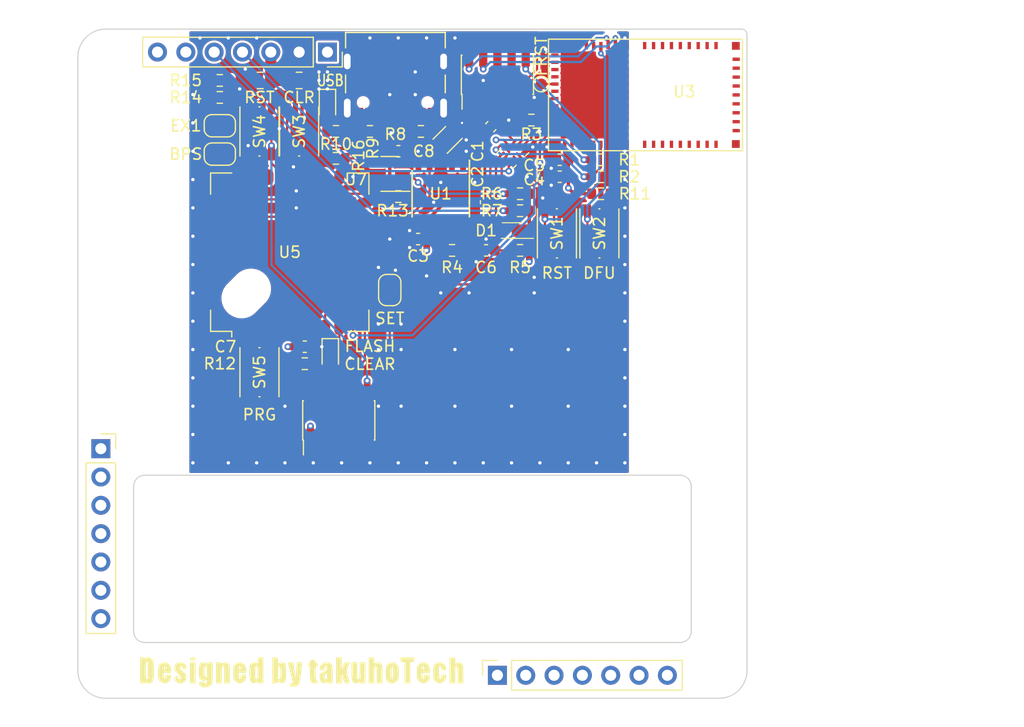
<source format=kicad_pcb>
(kicad_pcb (version 20211014) (generator pcbnew)
  (layers (0 "F.Cu" signal) (1 "In1.Cu" signal) (2 "In2.Cu" signal) (31 "B.Cu" signal) (34 "B.Paste" user) (35 "F.Paste" user) (36 "B.SilkS" user "B.Silkscreen") (37 "F.SilkS" user "F.Silkscreen") (38 "B.Mask" user) (39 "F.Mask" user) (44 "Edge.Cuts" user))
  (net 0 "")
  (net 1 "GND")
  (net 2 "+3.3V")
  (net 3 "/DTR")
  (net 4 "/nRF_RST")
  (net 5 "Net-(D2-Pad2)")
  (net 6 "/SWDIO")
  (net 7 "/SWDCLK")
  (net 8 "/SWO")
  (net 12 "PICO_TX")
  (net 13 "PICO_RX")
  (net 24 "VBUS")
  (net 25 "Net-(J6-PadA5)")
  (net 26 "/D+")
  (net 27 "/D-")
  (net 28 "Net-(J6-PadB5)")
  (net 29 "/SEL0")
  (net 30 "/SEL1")
  (net 31 "/nRF52_TXD")
  (net 32 "Net-(R3-Pad2)")
  (net 33 "Net-(R4-Pad1)")
  (net 34 "/CH340K_TXD")
  (net 37 "/CH340K_RXD")
  (net 38 "TWE_RX_SUB")
  (net 39 "/nRF52_RXD")
  (net 40 "/SDA")
  (net 41 "/DFU")
  (net 43 "/SCL")
  (net 44 "/FRST")
  (net 46 "/TWE_SET")
  (net 51 "Net-(U3-Pad24)")
  (net 52 "Net-(U3-Pad34)")
  (net 88 "TWE_TX_SUB")
  (net 89 "Net-(D3-Pad2)")
  (net 90 "Net-(R12-Pad1)")
  (net 91 "/TWE_CLR")
  (net 92 "/TWE_RST")
  (net 93 "/TWE_PRG")
  (net 94 "TWE_TX")
  (net 98 "TWE_RX")
  (net 102 "/TWE_UART_RTS")
  (net 105 "Net-(R15-Pad2)")
  (net 106 "/EX1")
  (net 107 "/BPS")
  (net 108 "/DIO12")
  (net 109 "Net-(R16-Pad1)")
  (footprint "LOGO:Logo_takuhoTech" (layer "F.Cu") (at 135 127.5)
    (fp_text reference "G***" hide)
    (fp_text value "LOGO" hide)
  )
  (footprint "Jumper:SolderJumper-2_P1.3mm_Open_RoundedPad1.0x1.5mm" (layer "F.Cu") (at 127.728 78.664)
    (fp_text reference "JP1" hide)
    (fp_text value "EX1")
  )
  (footprint "MountingHole:MountingHole_2.2mm_M2" (layer "F.Cu") (at 117.5 72.5)
    (fp_text reference "REF**" hide)
    (fp_text value "MountingHole_2.2mm_M2")
  )
  (footprint "Resistor_SMD:R_0603_1608Metric" (layer "F.Cu") (at 141.19 79.172 180)
    (fp_text reference "R9")
    (fp_text value "5.1k")
  )
  (footprint "Connector_PinSocket_2.54mm:PinSocket_1x07_P2.54mm_Vertical" (layer "F.Cu") (at 117.06 107.62)
    (fp_text reference "J3" hide)
    (fp_text value "Conn_01x07")
  )
  (footprint "Package_DFN_QFN_extlib:Texas_RMG0012A_1.8x1.8mm_P0.4mm" (layer "F.Cu") (at 154.017 81.077 -45)
    (fp_text reference "U2" hide)
    (fp_text value "TMUX131")
  )
  (footprint "Button_Switch_SMD:SW_Push_1P1T_NO_Vertical_Wuerth_434133025816" (layer "F.Cu") (at 157.954 88.316 90)
    (fp_text reference "SW1")
    (fp_text value "nRF_RESET")
  )
  (footprint "Capacitor_SMD:C_0805_2012Metric" (layer "F.Cu") (at 131.35 74.6 180)
    (fp_text reference "C9" hide)
    (fp_text value "10μF35V X5R 2012")
  )
  (footprint "Resistor_SMD:R_0603_1608Metric" (layer "F.Cu") (at 161.9 83.236)
    (fp_text reference "R2")
    (fp_text value "10k")
  )
  (footprint "Capacitor_SMD:C_0603_1608Metric" (layer "F.Cu") (at 143.743 80.95 180)
    (fp_text reference "C8")
    (fp_text value "0.1u")
  )
  (footprint "Resistor_SMD:R_0603_1608Metric" (layer "F.Cu") (at 127.728 76.124 180)
    (fp_text reference "R14")
    (fp_text value "10k")
  )
  (footprint "Button_Switch_SMD:SW_Push_1P1T_NO_Vertical_Wuerth_434133025816" (layer "F.Cu") (at 134.84 79.172 90)
    (fp_text reference "SW3")
    (fp_text value "TWE_CLEAR")
  )
  (footprint "Capacitor_SMD:C_0603_1608Metric" (layer "F.Cu") (at 158.208 81.712 180)
    (fp_text reference "C5")
    (fp_text value "0.1u")
  )
  (footprint "Package_TO_SOT_SMD:SOT-23-5" (layer "F.Cu") (at 142.968 82.982 180)
    (fp_text reference "U7")
    (fp_text value "74AHC1G08")
  )
  (footprint "Button_Switch_SMD:SW_Push_1P1T_NO_Vertical_Wuerth_434133025816" (layer "F.Cu") (at 131.284 79.172 -90)
    (fp_text reference "SW4")
    (fp_text value "TWE_RESET")
  )
  (footprint "Capacitor_SMD:C_0603_1608Metric" (layer "F.Cu") (at 158.208 83.236 180)
    (fp_text reference "C4")
    (fp_text value "1u")
  )
  (footprint "Capacitor_SMD:C_0603_1608Metric" (layer "F.Cu") (at 151.604 89.84)
    (fp_text reference "C6")
    (fp_text value "0.1u")
  )
  (footprint "Button_Switch_SMD:SW_Push_1P1T_NO_Vertical_Wuerth_434133025816" (layer "F.Cu") (at 161.764 88.316 90)
    (fp_text reference "SW2")
    (fp_text value "nRF_DFU")
  )
  (footprint "Capacitor_SMD:C_0805_2012Metric" (layer "F.Cu") (at 134.84 74.6)
    (fp_text reference "C10" hide)
    (fp_text value "10μF35V X5R 2012")
  )
  (footprint "Resistor_SMD:R_0603_1608Metric" (layer "F.Cu") (at 148.556 89.84)
    (fp_text reference "R4")
    (fp_text value "33")
  )
  (footprint "LED_SMD:LED_0603_1608Metric" (layer "F.Cu") (at 137.634 99.238 -90)
    (fp_text reference "D3" hide)
    (fp_text value "TWE_CLEAR")
  )
  (footprint "Connector_PinHeader_1.27mm:PinHeader_2x05_P1.27mm_Vertical_SMD" (layer "F.Cu") (at 152.62 74.092 90)
    (fp_text reference "J1" hide)
    (fp_text value "SWD")
  )
  (footprint "TestPoint:TestPoint_Pad_D1.0mm" (layer "F.Cu") (at 156.557 74.925 90)
    (fp_text reference "TP1" hide)
    (fp_text value "FRST")
  )
  (footprint "Capacitor_SMD:C_0603_1608Metric" (layer "F.Cu") (at 152.025008 78.750992 -135)
    (fp_text reference "C1")
    (fp_text value "0.1u")
  )
  (footprint "Package_TO_SOT_SMD:SOT-666" (layer "F.Cu") (at 148.048 79.934 -135)
    (fp_text reference "U4" hide)
    (fp_text value "USBLC6-2P6")
  )
  (footprint "Capacitor_SMD:C_0603_1608Metric" (layer "F.Cu") (at 135.348 98.476 180)
    (fp_text reference "C7")
    (fp_text value "1u")
  )
  (footprint "CUHS20S30:CUHS20S30" (layer "F.Cu") (at 153.956 88.062 180)
    (fp_text reference "D1")
    (fp_text value "CUHS20S30" hide)
  )
  (footprint "Resistor_SMD:R_0603_1608Metric" (layer "F.Cu") (at 138.142 79.172 180)
    (fp_text reference "R10")
    (fp_text value "1k")
  )
  (footprint "MountingHole:MountingHole_2.2mm_M2" (layer "F.Cu") (at 117.5 127.5)
    (fp_text reference "REF**" hide)
    (fp_text value "MountingHole_2.2mm_M2")
  )
  (footprint "Resistor_SMD:R_0603_1608Metric" (layer "F.Cu") (at 154.652 86.284 180)
    (fp_text reference "R7")
    (fp_text value "10k")
  )
  (footprint "Resistor_SMD:R_0603_1608Metric" (layer "F.Cu") (at 155.668 78.156)
    (fp_text reference "R3")
    (fp_text value "33")
  )
  (footprint "Resistor_SMD:R_0603_1608Metric" (layer "F.Cu") (at 135.348 100)
    (fp_text reference "R12")
    (fp_text value "1k")
  )
  (footprint "RF_Module_extlib:ISP4520-AS_with_Keep-Out" (layer "F.Cu") (at 174.5 71)
    (fp_text reference "U3")
    (fp_text value "ISP4520-AS")
  )
  (footprint "Resistor_SMD:R_0603_1608Metric" (layer "F.Cu") (at 161.9 84.76)
    (fp_text reference "R11")
    (fp_text value "10k")
  )
  (footprint "Jumper:SolderJumper-2_P1.3mm_Open_RoundedPad1.0x1.5mm" (layer "F.Cu") (at 127.728 81.204)
    (fp_text reference "JP2" hide)
    (fp_text value "BPS")
  )
  (footprint "Connector_PinHeader_1.27mm:PinHeader_2x05_P1.27mm_Vertical_SMD" (layer "F.Cu") (at 138.396 105.08 90)
    (fp_text reference "J7" hide)
    (fp_text value "TWELITER")
  )
  (footprint "Resistor_SMD:R_0603_1608Metric" (layer "F.Cu") (at 154.652 89.84 180)
    (fp_text reference "R5")
    (fp_text value "10k")
  )
  (footprint "Resistor_SMD:R_0603_1608Metric" (layer "F.Cu") (at 143.73 85.014)
    (fp_text reference "R13")
    (fp_text value "10k")
  )
  (footprint "Connector_PinSocket_2.54mm:PinSocket_1x07_P2.54mm_Vertical" (layer "F.Cu") (at 152.62 127.94 90)
    (fp_text reference "J4" hide)
    (fp_text value "Conn_01x07")
  )
  (footprint "Resistor_SMD:R_0603_1608Metric" (layer "F.Cu") (at 154.652 84.76 180)
    (fp_text reference "R6")
    (fp_text value "10k")
  )
  (footprint "Capacitor_SMD:C_0603_1608Metric" (layer "F.Cu") (at 150.588 85.522 90)
    (fp_text reference "C2")
    (fp_text value "0.1u")
  )
  (footprint "Resistor_SMD:R_0603_1608Metric" (layer "F.Cu") (at 127.728 74.6 180)
    (fp_text reference "R15")
    (fp_text value "10k")
  )
  (footprint "MountingHole:MountingHole_2.2mm_M2" (layer "F.Cu") (at 172.5 127.5)
    (fp_text reference "REF**" hide)
    (fp_text value "MountingHole_2.2mm_M2")
  )
  (footprint "Button_Switch_SMD:SW_Push_1P1T_NO_Vertical_Wuerth_434133025816" (layer "F.Cu") (at 131.284 100.762 -90)
    (fp_text reference "SW5")
    (fp_text value "TWE_PRG")
  )
  (footprint "Jumper:SolderJumper-2_P1.3mm_Open_RoundedPad1.0x1.5mm" (layer "F.Cu") (at 142.968 93.396 90)
    (fp_text reference "JP3" hide)
    (fp_text value "SET")
  )
  (footprint "Resistor_SMD:R_0603_1608Metric" (layer "F.Cu") (at 161.9 81.712)
    (fp_text reference "R1")
    (fp_text value "10k")
  )
  (footprint "LED_SMD:LED_0603_1608Metric" (layer "F.Cu") (at 137.38 76.886 -90)
    (fp_text reference "D2" hide)
    (fp_text value "USB")
  )
  (footprint "Package_SO:SSOP-10_3.9x4.9mm_P1.00mm" (layer "F.Cu") (at 147.54 84.76 -90)
    (fp_text reference "U1")
    (fp_text value "CH340K")
  )
  (footprint "Resistor_SMD:R_0603_1608Metric" (layer "F.Cu") (at 138.142 81.585 180)
    (fp_text reference "R16")
    (fp_text value "DNF")
  )
  (footprint "Connector_USB_extlib:USB_C_Receptacle_5077CR-16-SMC2-BK-TR" (layer "F.Cu") (at 143.476 75.108 180)
    (fp_text reference "J6" hide)
    (fp_text value "USB_C_Receptacle_USB2.0")
  )
  (footprint "Capacitor_SMD:C_0603_1608Metric" (layer "F.Cu") (at 145.508 88.824 180)
    (fp_text reference "C3")
    (fp_text value "0.1u")
  )
  (footprint "RF_Module:MonoWireless_TWE-L-WX" (layer "F.Cu") (at 134 90 90)
    (fp_text reference "U5")
    (fp_text value "MW-R-WX")
  )
  (footprint "Resistor_SMD:R_0603_1608Metric" (layer "F.Cu") (at 145.762 79.172)
    (fp_text reference "R8")
    (fp_text value "5.1k")
  )
  (footprint "Connector_PinSocket_2.54mm:PinSocket_1x07_P2.54mm_Vertical" (layer "F.Cu") (at 137.38 72.06 -90)
    (fp_text reference "J2" hide)
    (fp_text value "Conn_01x07")
  )
  (gr_arc (start 174.5 70) (mid 174.853553 70.146447) (end 175 70.5) (layer "Edge.Cuts") (width 0.1))
  (gr_arc (start 115 72.5) (mid 115.732233 70.732233) (end 117.5 70) (layer "Edge.Cuts") (width 0.1))
  (gr_line (start 120 111) (end 120 124) (layer "Edge.Cuts") (width 0.1))
  (gr_line (start 169 110) (end 121 110) (layer "Edge.Cuts") (width 0.1))
  (gr_arc (start 175 127.5) (mid 174.267767 129.267767) (end 172.5 130) (layer "Edge.Cuts") (width 0.1))
  (gr_arc (start 170 124) (mid 169.707107 124.707107) (end 169 125) (layer "Edge.Cuts") (width 0.1))
  (gr_line (start 169 125) (end 121 125) (layer "Edge.Cuts") (width 0.1))
  (gr_line (start 117.5 70) (end 174.5 70) (layer "Edge.Cuts") (width 0.1))
  (gr_arc (start 117.5 130) (mid 115.732233 129.267767) (end 115 127.5) (layer "Edge.Cuts") (width 0.1))
  (gr_line (start 117.5 130) (end 172.5 130) (layer "Edge.Cuts") (width 0.1))
  (gr_line (start 170 124) (end 170 111) (layer "Edge.Cuts") (width 0.1))
  (gr_line (start 175 70.5) (end 175 127.5) (layer "Edge.Cuts") (width 0.1))
  (gr_line (start 115 127.5) (end 115 72.5) (layer "Edge.Cuts") (width 0.1))
  (gr_arc (start 120 111) (mid 120.292893 110.292893) (end 121 110) (layer "Edge.Cuts") (width 0.1))
  (gr_arc (start 121 125) (mid 120.292893 124.707107) (end 120 124) (layer "Edge.Cuts") (width 0.1))
  (gr_arc (start 169 110) (mid 169.707107 110.292893) (end 170 111) (layer "Edge.Cuts") (width 0.1))
  (gr_text "USB" (at 137.634 74.6) (layer "F.SilkS") (effects (font (size 1 0.8))))
  (gr_text "DFU" (at 161.764 91.872) (layer "F.SilkS") (effects (font (size 1 1))))
  (gr_text "CLR" (at 134.84 76.124) (layer "F.SilkS") (effects (font (size 1 1))))
  (gr_text "RST" (at 157.954 91.872) (layer "F.SilkS") (effects (font (size 1 1))))
  (gr_text "BPS" (at 124.68 81.204) (layer "F.SilkS") (effects (font (size 1 1))))
  (gr_text "FLASH\nCLEAR" (at 141.19 99.238) (layer "F.SilkS") (effects (font (size 1 1))))
  (gr_text "FRST" (at 156.557 72.441 90) (layer "F.SilkS") (effects (font (size 1 1))))
  (gr_text "EX1" (at 124.68 78.664) (layer "F.SilkS") (effects (font (size 1 1))))
  (gr_text "RST" (at 131.284 76.124) (layer "F.SilkS") (effects (font (size 1 1))))
  (gr_text "SET" (at 142.968 95.936) (layer "F.SilkS") (effects (font (size 1 1))))
  (gr_text "PRG" (at 131.284 104.572) (layer "F.SilkS") (effects (font (size 1 1))))
  (via (at 155.795 80.569) (size 0.6) (drill 0.3) (layers "F.Cu" "B.Cu") (net 1))
  (via (at 164.05 88.57) (size 0.6) (drill 0.3) (layers "F.Cu" "B.Cu") (net 1))
  (via (at 134.332 82.347) (size 0.6) (drill 0.3) (layers "F.Cu" "B.Cu") (net 1))
  (via (at 125.95 70.79) (size 0.6) (drill 0.3) (layers "F.Cu" "B.Cu") (net 1))
  (via (at 142.968 88.824) (size 0.6) (drill 0.3) (layers "F.Cu" "B.Cu") (net 1))
  (via (at 146.27 108.89) (size 0.6) (drill 0.3) (layers "F.Cu" "B.Cu") (net 1))
  (via (at 164.05 80.95) (size 0.6) (drill 0.3) (layers "F.Cu" "B.Cu") (net 1))
  (via (at 133.57 103.81) (size 0.6) (drill 0.3) (layers "F.Cu" "B.Cu") (net 1))
  (via (at 146.27 92.126) (size 0.6) (drill 0.3) (layers "F.Cu" "B.Cu") (net 1))
  (via (at 137.38 74.6) (size 0.6) (drill 0.3) (layers "F.Cu" "B.Cu") (net 1))
  (via (at 158.97 103.81) (size 0.6) (drill 0.3) (layers "F.Cu" "B.Cu") (net 1))
  (via (at 146.27 70.79) (size 0.6) (drill 0.3) (layers "F.Cu" "B.Cu") (net 1))
  (via (at 146.905 85.522) (size 0.6) (drill 0.3) (layers "F.Cu" "B.Cu") (net 1))
  (via (at 148.81 108.89) (size 0.6) (drill 0.3) (layers "F.Cu" "B.Cu") (net 1))
  (via (at 158.97 98.73) (size 0.6) (drill 0.3) (layers "F.Cu" "B.Cu") (net 1))
  (via (at 164.05 103.81) (size 0.6) (drill 0.3) (layers "F.Cu" "B.Cu") (net 1))
  (via (at 161.51 108.89) (size 0.6) (drill 0.3) (layers "F.Cu" "B.Cu") (net 1))
  (via (at 148.81 70.79) (size 0.6) (drill 0.3) (layers "F.Cu" "B.Cu") (net 1))
  (via (at 148.81 98.73) (size 0.6) (drill 0.3) (layers "F.Cu" "B.Cu") (net 1))
  (via (at 156.43 79.172) (size 0.6) (drill 0.3) (layers "F.Cu" "B.Cu") (net 1))
  (via (at 151.35 108.89) (size 0.6) (drill 0.3) (layers "F.Cu" "B.Cu") (net 1))
  (via (at 148.81 103.81) (size 0.6) (drill 0.3) (layers "F.Cu" "B.Cu") (net 1))
  (via (at 150.08 93.65) (size 0.6) (drill 0.3) (layers "F.Cu" "B.Cu") (net 1))
  (via (at 134.586 84.506) (size 0.6) (drill 0.3) (layers "F.Cu" "B.Cu") (net 1))
  (via (at 145.254 73.838) (size 0.6) (drill 0.3) (layers "F.Cu" "B.Cu") (net 1))
  (via (at 125.315 98.73) (size 0.6) (drill 0.3) (layers "F.Cu" "B.Cu") (net 1))
  (via (at 155.287 83.236) (size 0.6) (drill 0.3) (layers "F.Cu" "B.Cu") (net 1))
  (via (at 125.315 103.81) (size 0.6) (drill 0.3) (layers "F.Cu" "B.Cu") (net 1))
  (via (at 144.746 88.062) (size 0.6) (drill 0.3) (layers "F.Cu" "B.Cu") (net 1))
  (via (at 145.508 80.95) (size 0.6) (drill 0.3) (layers "F.Cu" "B.Cu") (net 1))
  (via (at 164.05 108.89) (size 0.6) (drill 0.3) (layers "F.Cu" "B.Cu") (net 1))
  (via (at 164.05 70.79) (size 0.6) (drill 0.3) (layers "F.Cu" "B.Cu") (net 1))
  (via (at 130.014 73.584) (size 0.6) (drill 0.3) (layers "F.Cu" "B.Cu") (net 1))
  (via (at 153.89 108.89) (size 0.6) (drill 0.3) (layers "F.Cu" "B.Cu") (net 1))
  (via (at 150.715 90.856) (size 0.6) (drill 0.3) (layers "F.Cu" "B.Cu") (net 1))
  (via (at 151.35 74.6) (size 0.6) (drill 0.3) (layers "F.Cu" "B.Cu") (net 1))
  (via (at 143.095 79.299) (size 0.6) (drill 0.3) (layers "F.Cu" "B.Cu") (net 1))
  (via (at 143.73 108.89) (size 0.6) (drill 0.3) (layers "F.Cu" "B.Cu") (net 1))
  (via (at 164.05 91.11) (size 0.6) (drill 0.3) (layers "F.Cu" "B.Cu") (net 1))
  (via (at 125.315 83.49) (size 0.6) (drill 0.3) (layers "F.Cu" "B.Cu") (net 1))
  (via (at 141.952 98.73) (size 0.6) (drill 0.3) (layers "F.Cu" "B.Cu") (net 1))
  (via (at 130.268 80.442) (size 0.6) (drill 0.3) (layers "F.Cu" "B.Cu") (net 1))
  (via (at 149.826 80.95) (size 0.6) (drill 0.3) (layers "F.Cu" "B.Cu") (net 1))
  (via (at 155.922 92.253) (size 0.6) (drill 0.3) (layers "F.Cu" "B.Cu") (net 1))
  (via (at 164.05 96.19) (size 0.6) (drill 0.3) (layers "F.Cu" "B.Cu") (net 1))
  (via (at 157.446 82.474) (size 0.6) (drill 0.3) (layers "F.Cu" "B.Cu") (net 1))
  (via (at 164.05 83.49) (size 0.6) (drill 0.3) (layers "F.Cu" "B.Cu") (net 1))
  (via (at 125.315 91.11) (size 0.6) (drill 0.3) (layers "F.Cu" "B.Cu") (net 1))
  (via (at 138.65 108.89) (size 0.6) (drill 0.3) (layers "F.Cu" "B.Cu") (net 1))
  (via (at 153.89 103.81) (size 0.6) (drill 0.3) (layers "F.Cu" "B.Cu") (net 1))
  (via (at 125.315 106.35) (size 0.6) (drill 0.3) (layers "F.Cu" "B.Cu") (net 1))
  (via (at 139.666 83.236) (size 0.6) (drill 0.3) (layers "F.Cu" "B.Cu") (net 1))
  (via (at 136.618 73.838) (size 0.6) (drill 0.3) (layers "F.Cu" "B.Cu") (net 1))
  (via (at 156.43 108.89) (size 0.6) (drill 0.3) (layers "F.Cu" "B.Cu") (net 1))
  (via (at 137.38 73.838) (size 0.6) (drill 0.3) (layers "F.Cu" "B.Cu") (net 1))
  (via (at 128.49 108.89) (size 0.6) (drill 0.3) (layers "F.Cu" "B.Cu") (net 1))
  (via (at 164.05 101.27) (size 0.6) (drill 0.3) (layers "F.Cu" "B.Cu") (net 1))
  (via (at 157.446 83.998) (size 0.6) (drill 0.3) (layers "F.Cu" "B.Cu") (net 1))
  (via (at 137.38 75.362) (size 0.6) (drill 0.3) (layers "F.Cu" "B.Cu") (net 1))
  (via (at 134.586 86.03) (size 0.6) (drill 0.3) (layers "F.Cu" "B.Cu") (net 1))
  (via (at 125.315 88.57) (size 0.6) (drill 0.3) (layers "F.Cu" "B.Cu") (net 1))
  (via (at 141.19 70.79) (size 0.6) (drill 0.3) (layers "F.Cu" "B.Cu") (net 1))
  (via (at 136.618 75.362) (size 0.6) (drill 0.3) (layers "F.Cu" "B.Cu") (net 1))
  (via (at 131.03 108.89) (size 0.6) (drill 0.3) (layers "F.Cu" "B.Cu") (net 1))
  (via (at 141.19 108.89) (size 0.6) (drill 0.3) (layers "F.Cu" "B.Cu") (net 1))
  (via (at 143.476 91.618) (size 0.6) (drill 0.3) (layers "F.Cu" "B.Cu") (net 1))
  (via (at 144.746 89.586) (size 0.6) (drill 0.3) (layers "F.Cu" "B.Cu") (net 1))
  (via (at 158.97 108.89) (size 0.6) (drill 0.3) (layers "F.Cu" "B.Cu") (net 1))
  (via (at 129.506 75.362) (size 0.6) (drill 0.3) (layers "F.Cu" "B.Cu") (net 1))
  (via (at 136.872 98.476) (size 0.6) (drill 0.3) (layers "F.Cu" "B.Cu") (net 1))
  (via (at 164.05 86.03) (size 0.6) (drill 0.3) (layers "F.Cu" "B.Cu") (net 1))
  (via (at 164.05 106.35) (size 0.6) (drill 0.3) (layers "F.Cu" "B.Cu") (net 1))
  (via (at 125.315 75.87) (size 0.6) (drill 0.3) (layers "F.Cu" "B.Cu") (net 1))
  (via (at 143.73 70.79) (size 0.6) (drill 0.3) (layers "F.Cu" "B.Cu") (net 1))
  (via (at 139.412 99.492) (size 0.6) (drill 0.3) (layers "F.Cu" "B.Cu") (net 1))
  (via (at 145.254 75.87) (size 0.6) (drill 0.3) (layers "F.Cu" "B.Cu") (net 1))
  (via (at 153.89 98.73) (size 0.6) (drill 0.3) (layers "F.Cu" "B.Cu") (net 1))
  (via (at 131.03 70.79) (size 0.6) (drill 0.3) (layers "F.Cu" "B.Cu") (net 1))
  (via (at 157.065 80.569) (size 0.6) (drill 0.3) (layers "F.Cu" "B.Cu") (net 1))
  (via (at 155.922 76.124) (size 0.6) (drill 0.3) (layers "F.Cu" "B.Cu") (net 1))
  (via (at 147.54 83.744) (size 0.6) (drill 0.3) (layers "F.Cu" "B.Cu") (net 1))
  (via (at 125.315 86.03) (size 0.6) (drill 0.3) (layers "F.Cu" "B.Cu") (net 1))
  (via (at 125.315 78.41) (size 0.6) (drill 0.3) (layers "F.Cu" "B.Cu") (net 1))
  (via (at 155.922 93.65) (size 0.6) (drill 0.3) (layers "F.Cu" "B.Cu") (net 1))
  (via (at 141.952 91.364) (size 0.6) (drill 0.3) (layers "F.Cu" "B.Cu") (net 1))
  (via (at 156.684 85.141) (size 0.6) (drill 0.3) (layers "F.Cu" "B.Cu") (net 1))
  (via (at 125.315 101.27) (size 0.6) (drill 0.3) (layers "F.Cu" "B.Cu") (net 1))
  (via (at 125.315 96.19) (size 0.6) (drill 0.3) (layers "F.Cu" "B.Cu") (net 1))
  (via (at 156.938 71.806) (size 0.6) (drill 0.3) (layers "F.Cu" "B.Cu") (net 1))
  (via (at 136.11 108.89) (size 0.6) (drill 0.3) (layers "F.Cu" "B.Cu") (net 1))
  (via (at 164.05 98.73) (size 0.6) (drill 0.3) (layers "F.Cu" "B.Cu") (net 1))
  (via (at 136.618 74.6) (size 0.6) (drill 0.3) (layers "F.Cu" "B.Cu") (net 1))
  (via (at 143.984 98.73) (size 0.6) (drill 0.3) (layers "F.Cu" "B.Cu") (net 1))
  (via (at 149.445 78.41) (size 0.5) (drill 0.2) (layers "F.Cu" "B.Cu") (net 1))
  (via (at 141.952 96.444) (size 0.6) (drill 0.3) (layers "F.Cu" "B.Cu") (net 1))
  (via (at 149.826 79.934) (size 0.6) (drill 0.3) (layers "F.Cu" "B.Cu") (net 1))
  (via (at 150.588 83.744) (size 0.6) (drill 0.3) (layers "F.Cu" "B.Cu") (net 1))
  (via (at 143.984 103.81) (size 0.6) (drill 0.3) (layers "F.Cu" "B.Cu") (net 1))
  (via (at 133.062 78.918) (size 0.6) (drill 0.3) (layers "F.Cu" "B.Cu") (net 1))
  (via (at 153.636 78.156) (size 0.6) (drill 0.3) (layers "F.Cu" "B.Cu") (net 1))
  (via (at 125.315 108.89) (size 0.6) (drill 0.3) (layers "F.Cu" "B.Cu") (net 1))
  (via (at 143.984 96.444) (size 0.6) (drill 0.3) (layers "F.Cu" "B.Cu") (net 1))
  (via (at 142.968 75.87) (size 0.6) (drill 0.3) (layers "F.Cu" "B.Cu") (net 1))
  (via (at 125.315 80.95) (size 0.6) (drill 0.3) (layers "F.Cu" "B.Cu") (net 1))
  (via (at 164.05 93.65) (size 0.6) (drill 0.3) (layers "F.Cu" "B.Cu") (net 1))
  (via (at 147.54 93.65) (size 0.6) (drill 0.3) (layers "F.Cu" "B.Cu") (net 1))
  (via (at 125.315 93.65) (size 0.6) (drill 0.3) (layers "F.Cu" "B.Cu") (net 1))
  (via (at 151.604 88.824) (size 0.6) (drill 0.3) (layers "F.Cu" "B.Cu") (net 1))
  (via (at 133.57 108.89) (size 0.6) (drill 0.3) (layers "F.Cu" "B.Cu") (net 1))
  (via (at 128.49 70.79) (size 0.6) (drill 0.3) (layers "F.Cu" "B.Cu") (net 1))
  (via (at 141.952 103.81) (size 0.6) (drill 0.3) (layers "F.Cu" "B.Cu") (net 1))
  (segment (start 132.3 74.854) (end 132.3 74.6) (width 0.3) (layer "F.Cu") (net 2))
  (segment (start 130.825 82.171) (end 131.03 81.966) (width 0.3) (layer "F.Cu") (net 2))
  (segment (start 158.65 80.325) (end 158.65 80.908067) (width 0.3) (layer "F.Cu") (net 2))
  (segment (start 150.588 86.297) (end 150.588 87.046) (width 0.3) (layer "F.Cu") (net 2))
  (segment (start 130.825 83.265) (end 130.825 82.171) (width 0.3) (layer "F.Cu") (net 2))
  (segment (start 158.983 83.236) (end 158.983 84.252) (width 0.3) (layer "F.Cu") (net 2))
  (segment (start 141.952 84.506) (end 141.952 84.0535) (width 0.3) (layer "F.Cu") (net 2))
  (segment (start 155.477 88.824) (end 155.477 88.062) (width 0.3) (layer "F.Cu") (net 2))
  (segment (start 142.905 85.014) (end 142.905 84.76) (width 0.3) (layer "F.Cu") (net 2))
  (segment (start 153.37037 79.299) (end 154.158421 80.087051) (width 0.2) (layer "F.Cu") (net 2))
  (segment (start 159.491 84.76) (end 158.983 84.252) (width 0.3) (layer "F.Cu") (net 2))
  (segment (start 151.477 78.283) (end 151.477 79.299) (width 0.3) (layer "F.Cu") (net 2))
  (segment (start 128.553 76.949) (end 128.553 76.124) (width 0.3) (layer "F.Cu") (net 2))
  (segment (start 128.553 76.124) (end 128.553 74.6) (width 0.3) (layer "F.Cu") (net 2))
  (segment (start 142.905 84.76) (end 142.206 84.76) (width 0.3) (layer "F.Cu") (net 2))
  (segment (start 142.35479 80.696) (end 137.126 80.696) (width 0.3) (layer "F.Cu") (net 2))
  (segment (start 150.08 76.886) (end 151.477 78.283) (width 0.3) (layer "F.Cu") (net 2))
  (segment (start 151.477 79.299) (end 153.37037 79.299) (width 0.2) (layer "F.Cu") (net 2))
  (segment (start 135.094 75.997) (end 133.89 74.793) (width 0.3) (layer "F.Cu") (net 2))
  (segment (start 137.126 80.696) (end 135.094 78.664) (width 0.3) (layer "F.Cu") (net 2))
  (segment (start 134.573 98.476) (end 133.824 98.476) (width 0.6) (layer "F.Cu") (net 2))
  (segment (start 146.54 86.903) (end 146.54 87.31) (width 0.3) (layer "F.Cu") (net 2))
  (segment (start 161.075 84.76) (end 159.491 84.76) (width 0.3) (layer "F.Cu") (net 2))
  (segment (start 146.54 88.567) (end 146.283 88.824) (width 0.3) (layer "F.Cu") (net 2))
  (segment (start 155.477 88.062) (end 154.906 88.062) (width 0.3) (layer "F.Cu") (net 2))
  (segment (start 134.635 98.414) (end 134.573 98.476) (width 0.3) (layer "F.Cu") (net 2))
  (segment (start 150.08 76.042) (end 150.08 76.886) (width 0.3) (layer "F.Cu") (net 2))
  (segment (start 141.952 84.0535) (end 141.8305 83.932) (width 0.3) (layer "F.Cu") (net 2))
  (segment (start 131.03 81.966) (end 131.03 79.426) (width 0.3) (layer "F.Cu") (net 2))
  (segment (start 132.3 72.06) (end 132.3 74.6) (width 1) (layer "F.Cu") (net 2))
  (segment (start 155.477 89.84) (end 155.477 88.824) (width 0.3) (layer "F.Cu") (net 2))
  (segment (start 150.588 86.297) (end 150.067 85.776) (width 0.3) (layer "F.Cu") (net 2))
  (segment (start 155.477 89.84) (end 155.477 90.856) (width 0.6) (layer "F.Cu") (net 2))
  (segment (start 135.094 78.664) (end 135.094 75.997) (width 0.3) (layer "F.Cu") (net 2))
  (segment (start 150.588 87.046) (end 150.324 87.31) (width 0.3) (layer "F.Cu") (net 2))
  (segment (start 133.89 74.793) (end 133.89 74.6) (width 0.3) (layer "F.Cu") (net 2))
  (segment (start 150.324 87.31) (end 149.54 87.31) (width 0.3) (layer "F.Cu") (net 2))
  (segment (start 142.968 83.236) (end 142.968 80.95) (width 0.3) (layer "F.Cu") (net 2))
  (segment (start 142.206 84.76) (end 141.952 84.506) (width 0.3) (layer "F.Cu") (net 2))
  (segment (start 146.54 87.31) (end 146.54 88.567) (width 0.3) (layer "F.Cu") (net 2))
  (segment (start 134.635 96.735) (end 134.635 98.414) (width 0.3) (layer "F.Cu") (net 2))
  (segment (start 155.477 86.284) (end 155.477 88.062) (width 0.3) (layer "F.Cu") (net 2))
  (segment (start 147.667 85.776) (end 146.54 86.903) (width 0.3) (layer "F.Cu") (net 2))
  (segment (start 146.283 88.824) (end 146.283 89.84) (width 0.6) (layer "F.Cu") (net 2))
  (segment (start 131.03 76.124) (end 132.3 74.854) (width 0.3) (layer "F.Cu") (net 2))
  (segment (start 132.3 74.6) (end 133.89 74.6) (width 1) (layer "F.Cu") (net 2))
  (segment (start 130.825 83.265) (end 132.095 83.265) (width 0.3) (layer "F.Cu") (net 2))
  (segment (start 141.8305 83.932) (end 142.272 83.932) (width 0.3) (layer "F.Cu") (net 2))
  (segment (start 151.477 85.408) (end 150.588 86.297) (width 0.3) (layer "F.Cu") (net 2))
  (segment (start 158.983 81.712) (end 158.983 83.236) (width 0.3) (layer "F.Cu") (net 2))
  (segment (start 131.03 79.426) (end 128.553 76.949) (width 0.3) (layer "F.Cu") (net 2))
  (segment (start 142.272 83.932) (end 142.968 83.236) (width 0.3) (layer "F.Cu") (net 2))
  (segment (start 155.477 84.76) (end 155.477 86.284) (width 0.3) (layer "F.Cu") (net 2))
  (segment (start 135.856 107.03) (end 135.856 105.588) (width 0.6) (layer "F.Cu") (net 2))
  (segment (start 151.477 79.299) (end 151.477 85.408) (width 0.3) (layer "F.Cu") (net 2))
  (segment (start 150.067 85.776) (end 147.667 85.776) (width 0.3) (layer "F.Cu") (net 2))
  (segment (start 128.553 76.124) (end 131.03 76.124) (width 0.3) (layer "F.Cu") (net 2))
  (via (at 158.983 84.252) (size 0.6) (drill 0.3) (layers "F.Cu" "B.Cu") (net 2))
  (via (at 155.477 90.856) (size 0.6) (drill 0.3) (layers "F.Cu" "B.Cu") (net 2))
  (via (at 133.824 98.476) (size 0.6) (drill 0.3) (layers "F.Cu" "B.Cu") (net 2))
  (via (at 146.283 89.84) (size 0.6) (drill 0.3) (layers "F.Cu" "B.Cu") (net 2))
  (via (at 135.856 105.588) (size 0.6) (drill 0.3) (layers "F.Cu" "B.Cu") (net 2))
  (arc (start 158.65 80.908067) (mid 158.736544 81.343152) (end 158.983 81.712) (width 0.3) (layer "F.Cu") (net 2))
  (arc (start 142.968 80.95) (mid 142.686656 80.762013) (end 142.35479 80.696) (width 0.3) (layer "F.Cu") (net 2))
  (segment (start 149.305 91.364) (end 145.508 91.364) (width 0.2) (layer "F.Cu") (net 3))
  (segment (start 143.73 87.808) (end 146.54 84.998) (width 0.2) (layer "F.Cu") (net 3))
  (segment (start 145.508 91.364) (end 143.73 89.586) (width 0.2) (layer "F.Cu") (net 3))
  (segment (start 143.73 89.586) (end 143.73 87.808) (width 0.2) (layer "F.Cu") (net 3))
  (segment (start 146.54 84.998) (end 146.54 82.21) (width 0.2) (layer "F.Cu") (net 3))
  (segment (start 150.829 89.84) (end 149.305 91.364) (width 0.2) (layer "F.Cu") (net 3))
  (segment (start 160.494 70.4344) (end 156.6586 70.4344) (width 0.2) (layer "F.Cu") (net 4))
  (segment (start 152.379 89.84) (end 152.379 88.811) (width 0.2) (layer "F.Cu") (net 4))
  (segment (start 153.827 90.793) (end 154.652 91.618) (width 0.2) (layer "F.Cu") (net 4))
  (segment (start 155.16 71.298) (end 155.16 72.142) (width 0.2) (layer "F.Cu") (net 4))
  (segment (start 156.879 90.661) (end 156.879 90.391) (width 0.2) (layer "F.Cu") (net 4))
  (segment (start 156.879 90.391) (end 156.879 87.046) (width 0.2) (layer "F.Cu") (net 4))
  (segment (start 152.379 88.811) (end 153.006 88.184) (width 0.2) (layer "F.Cu") (net 4))
  (segment (start 155.795 71.298) (end 155.16 71.298) (width 0.2) (layer "F.Cu") (net 4))
  (segment (start 153.827 89.84) (end 153.827 90.793) (width 0.2) (layer "F.Cu") (net 4))
  (segment (start 161.25 71.1904) (end 160.494 70.4344) (width 0.2) (layer "F.Cu") (net 4))
  (segment (start 156.6586 70.4344) (end 155.795 71.298) (width 0.2) (layer "F.Cu") (net 4))
  (segment (start 155.16 72.142) (end 155.16 73.584) (width 0.6) (layer "F.Cu") (net 4))
  (segment (start 161.25 71.475) (end 161.25 71.1904) (width 0.2) (layer "F.Cu") (net 4))
  (segment (start 153.006 88.184) (end 153.006 88.062) (width 0.2) (layer "F.Cu") (net 4))
  (segment (start 153.827 89.84) (end 152.379 89.84) (width 0.2) (layer "F.Cu") (net 4))
  (segment (start 156.879 86.241) (end 156.879 87.046) (width 0.6) (layer "F.Cu") (net 4))
  (segment (start 154.652 91.618) (end 155.922 91.618) (width 0.2) (layer "F.Cu") (net 4))
  (segment (start 155.922 91.618) (end 156.879 90.661) (width 0.2) (layer "F.Cu") (net 4))
  (via (at 155.16 73.584) (size 0.6) (drill 0.3) (layers "F.Cu" "B.Cu") (net 4))
  (via (at 156.879 87.046) (size 0.6) (drill 0.3) (layers "F.Cu" "B.Cu") (net 4))
  (segment (start 156.879 87.046) (end 158.462 87.046) (width 0.2) (layer "B.Cu") (net 4))
  (segment (start 161.764 83.744) (end 161.764 80.188) (width 0.2) (layer "B.Cu") (net 4))
  (segment (start 161.764 80.188) (end 155.16 73.584) (width 0.2) (layer "B.Cu") (net 4))
  (segment (start 158.462 87.046) (end 161.764 83.744) (width 0.2) (layer "B.Cu") (net 4))
  (segment (start 137.317 79.172) (end 137.317 77.7365) (width 0.2) (layer "F.Cu") (net 5))
  (segment (start 137.317 77.7365) (end 137.38 77.6735) (width 0.2) (layer "F.Cu") (net 5))
  (segment (start 150.08 72.142) (end 150.08 73.584) (width 0.6) (layer "F.Cu") (net 6))
  (segment (start 162.55 71.475) (end 162.55 71.154546) (width 0.3) (layer "F.Cu") (net 6))
  (via (at 150.08 73.584) (size 0.6) (drill 0.3) (layers "F.Cu" "B.Cu") (net 6))
  (via (at 162.399 70.79) (size 0.5) (drill 0.2) (layers "F.Cu" "B.Cu") (net 6))
  (arc (start 162.55 71.154546) (mid 162.510756 70.957255) (end 162.399 70.79) (width 0.3) (layer "F.Cu") (net 6))
  (segment (start 161.51 70.79) (end 159.859 72.441) (width 0.2) (layer "B.Cu") (net 6))
  (segment (start 162.399 70.79) (end 161.51 70.79) (width 0.2) (layer "B.Cu") (net 6))
  (segment (start 159.859 72.441) (end 151.223 72.441) (width 0.2) (layer "B.Cu") (net 6))
  (segment (start 151.223 72.441) (end 150.08 73.584) (width 0.2) (layer "B.Cu") (net 6))
  (segment (start 151.35 72.142) (end 151.35 73.584) (width 0.6) (layer "F.Cu") (net 7))
  (segment (start 163.2 71.475) (end 163.2 70.79) (width 0.3) (layer "F.Cu") (net 7))
  (via (at 163.2 70.79) (size 0.5) (drill 0.2) (layers "F.Cu" "B.Cu") (net 7))
  (via (at 151.35 73.584) (size 0.6) (drill 0.3) (layers "F.Cu" "B.Cu") (net 7))
  (segment (start 151.985 72.949) (end 151.35 73.584) (width 0.2) (layer "B.Cu") (net 7))
  (segment (start 161.51 71.552) (end 160.113 72.949) (width 0.2) (layer "B.Cu") (net 7))
  (segment (start 163.2 70.79) (end 162.438 71.552) (width 0.2) (layer "B.Cu") (net 7))
  (segment (start 160.113 72.949) (end 151.985 72.949) (width 0.2) (layer "B.Cu") (net 7))
  (segment (start 162.438 71.552) (end 161.51 71.552) (width 0.2) (layer "B.Cu") (net 7))
  (segment (start 156.176 71.552) (end 156.8872 70.8408) (width 0.2) (layer "F.Cu") (net 8))
  (segment (start 156.176 73.584) (end 156.176 71.552) (width 0.2) (layer "F.Cu") (net 8))
  (segment (start 152.62 73.838) (end 153.128 74.346) (width 0.2) (layer "F.Cu") (net 8))
  (segment (start 155.414 74.346) (end 156.176 73.584) (width 0.2) (layer "F.Cu") (net 8))
  (segment (start 152.62 72.142) (end 152.62 73.838) (width 0.2) (layer "F.Cu") (net 8))
  (segment (start 160.6 71.2008) (end 160.6 71.475) (width 0.2) (layer "F.Cu") (net 8))
  (segment (start 156.8872 70.8408) (end 160.24 70.8408) (width 0.2) (layer "F.Cu") (net 8))
  (segment (start 160.24 70.8408) (end 160.6 71.2008) (width 0.2) (layer "F.Cu") (net 8))
  (segment (start 153.128 74.346) (end 155.414 74.346) (width 0.2) (layer "F.Cu") (net 8))
  (segment (start 153.636 82.474) (end 153.636 82.728) (width 0.2) (layer "F.Cu") (net 12))
  (segment (start 153.875579 82.066949) (end 153.636 82.306528) (width 0.2) (layer "F.Cu") (net 12))
  (segment (start 153.636 82.306528) (end 153.636 82.474) (width 0.2) (layer "F.Cu") (net 12))
  (via (at 153.636 82.728) (size 0.6) (drill 0.3) (layers "F.Cu" "B.Cu") (net 12))
  (segment (start 140.428 82.728) (end 129.76 72.06) (width 0.2) (layer "B.Cu") (net 12))
  (segment (start 153.636 82.728) (end 140.428 82.728) (width 0.2) (layer "B.Cu") (net 12))
  (segment (start 153.827 86.284) (end 154.652 85.459) (width 0.2) (layer "F.Cu") (net 13))
  (segment (start 153.827 86.284) (end 153.128 86.284) (width 0.6) (layer "F.Cu") (net 13))
  (segment (start 154.652 85.459) (end 154.652 81.994843) (width 0.2) (layer "F.Cu") (net 13))
  (segment (start 154.652 81.994843) (end 154.335198 81.678041) (width 0.2) (layer "F.Cu") (net 13))
  (via (at 153.128 86.284) (size 0.6) (drill 0.3) (layers "F.Cu" "B.Cu") (net 13))
  (segment (start 141.444 86.284) (end 127.22 72.06) (width 0.2) (layer "B.Cu") (net 13))
  (segment (start 153.128 86.284) (end 141.444 86.284) (width 0.2) (layer "B.Cu") (net 13))
  (segment (start 145.762 80.061) (end 141.19 80.061) (width 0.3) (layer "F.Cu") (net 24))
  (segment (start 146.651 80.95) (end 145.762 80.061) (width 0.3) (layer "F.Cu") (net 24))
  (segment (start 147.393926 80.588074) (end 147.032 80.95) (width 0.3) (layer "F.Cu") (net 24))
  (segment (start 147.032 80.95) (end 146.651 80.95) (width 0.3) (layer "F.Cu") (net 24))
  (segment (start 141.19 80.061) (end 141.19 77.643) (width 0.3) (layer "F.Cu") (net 24))
  (segment (start 139.856 80.061) (end 138.967 79.172) (width 0.3) (layer "F.Cu") (net 24))
  (segment (start 145.762 77.757) (end 145.876 77.643) (width 0.3) (layer "F.Cu") (net 24))
  (segment (start 145.762 80.061) (end 145.762 77.757) (width 0.3) (layer "F.Cu") (net 24))
  (segment (start 141.19 77.643) (end 141.076 77.643) (width 0.3) (layer "F.Cu") (net 24))
  (segment (start 141.19 80.061) (end 139.856 80.061) (width 0.3) (layer "F.Cu") (net 24))
  (segment (start 144.726 77.643) (end 144.726 78.961) (width 0.2) (layer "F.Cu") (net 25))
  (segment (start 144.726 78.961) (end 144.937 79.172) (width 0.2) (layer "F.Cu") (net 25))
  (segment (start 150.08 78.156) (end 149.318 77.394) (width 0.3) (layer "F.Cu") (net 26))
  (segment (start 142.726 76.874) (end 142.968 76.632) (width 0.3) (layer "F.Cu") (net 26))
  (segment (start 148.302 74.6) (end 144.746 74.6) (width 0.3) (layer "F.Cu") (net 26))
  (segment (start 142.726 77.643) (end 142.726 76.874) (width 0.3) (layer "F.Cu") (net 26))
  (segment (start 142.968 76.632) (end 143.726 76.632) (width 0.3) (layer "F.Cu") (net 26))
  (segment (start 149.318 77.394) (end 149.318 75.616) (width 0.3) (layer "F.Cu") (net 26))
  (segment (start 149.54 81.807) (end 149.064 81.331) (width 0.3) (layer "F.Cu") (net 26))
  (segment (start 143.726 75.62) (end 143.726 77.643) (width 0.3) (layer "F.Cu") (net 26))
  (segment (start 149.318 75.616) (end 148.302 74.6) (width 0.3) (layer "F.Cu") (net 26))
  (segment (start 149.029111 79.713029) (end 150.08 78.66214) (width 0.3) (layer "F.Cu") (net 26))
  (segment (start 144.746 74.6) (end 143.726 75.62) (width 0.3) (layer "F.Cu") (net 26))
  (segment (start 149.064 81.331) (end 149.064 79.747918) (width 0.3) (layer "F.Cu") (net 26))
  (segment (start 149.064 79.747918) (end 149.029111 79.713029) (width 0.3) (layer "F.Cu") (net 26))
  (segment (start 149.54 82.21) (end 149.54 81.807) (width 0.3) (layer "F.Cu") (net 26))
  (segment (start 150.08 78.156) (end 150.08 78.66214) (width 0.3) (layer "F.Cu") (net 26))
  (segment (start 148.54 80.426) (end 147.921 79.807) (width 0.3) (layer "F.Cu") (net 27))
  (segment (start 143.476 78.664) (end 143.984 78.664) (width 0.3) (layer "F.Cu") (net 27))
  (segment (start 147.921 79.30086) (end 148.268971 78.952889) (width 0.3) (layer "F.Cu") (net 27))
  (segment (start 144.226 78.422) (end 143.984 78.664) (width 0.3) (layer "F.Cu") (net 27))
  (segment (start 148.048 75.108) (end 148.81 75.87) (width 0.3) (layer "F.Cu") (net 27))
  (segment (start 147.921 79.807) (end 147.921 79.30086) (width 0.3) (layer "F.Cu") (net 27))
  (segment (start 148.81 78.41186) (end 148.268971 78.952889) (width 0.3) (layer "F.Cu") (net 27))
  (segment (start 144.226 77.643) (end 144.226 75.882) (width 0.3) (layer "F.Cu") (net 27))
  (segment (start 148.81 75.87) (end 148.81 78.41186) (width 0.3) (layer "F.Cu") (net 27))
  (segment (start 144.226 77.643) (end 144.226 78.422) (width 0.3) (layer "F.Cu") (net 27))
  (segment (start 148.54 82.21) (end 148.54 80.426) (width 0.3) (layer "F.Cu") (net 27))
  (segment (start 143.226 78.414) (end 143.476 78.664) (width 0.3) (layer "F.Cu") (net 27))
  (segment (start 143.226 77.643) (end 143.226 78.414) (width 0.3) (layer "F.Cu") (net 27))
  (segment (start 144.226 75.882) (end 145 75.108) (width 0.3) (layer "F.Cu") (net 27))
  (segment (start 145 75.108) (end 148.048 75.108) (width 0.3) (layer "F.Cu") (net 27))
  (segment (start 141.726 77.643) (end 141.726 78.474293) (width 0.2) (layer "F.Cu") (net 28))
  (arc (start 141.726 78.474293) (mid 141.801109 78.851889) (end 142.015 79.172) (width 0.2) (layer "F.Cu") (net 28))
  (segment (start 161.25 80.325) (end 161.25 81.537) (width 0.2) (layer "F.Cu") (net 29))
  (segment (start 161.075 81.712) (end 160.376 81.712) (width 0.6) (layer "F.Cu") (net 29))
  (segment (start 153.698802 80.475959) (end 153.156843 79.934) (width 0.2) (layer "F.Cu") (net 29))
  (segment (start 152.874 79.934) (end 152.493 79.934) (width 0.2) (layer "F.Cu") (net 29))
  (segment (start 153.156843 79.934) (end 152.874 79.934) (width 0.2) (layer "F.Cu") (net 29))
  (segment (start 161.25 81.537) (end 161.075 81.712) (width 0.2) (layer "F.Cu") (net 29))
  (via (at 152.493 79.934) (size 0.6) (drill 0.3) (layers "F.Cu" "B.Cu") (net 29))
  (via (at 160.376 81.712) (size 0.6) (drill 0.3) (layers "F.Cu" "B.Cu") (net 29))
  (segment (start 152.493 79.934) (end 158.598 79.934) (width 0.2) (layer "B.Cu") (net 29))
  (segment (start 158.598 79.934) (end 160.376 81.712) (width 0.2) (layer "B.Cu") (net 29))
  (segment (start 153.415959 80.758802) (end 153.099157 80.442) (width 0.2) (layer "F.Cu") (net 30))
  (segment (start 161.9 82.411) (end 161.075 83.236) (width 0.2) (layer "F.Cu") (net 30))
  (segment (start 152.874 80.442) (end 152.493 80.823) (width 0.2) (layer "F.Cu") (net 30))
  (segment (start 161.9 80.325) (end 161.9 82.411) (width 0.2) (layer "F.Cu") (net 30))
  (segment (start 153.099157 80.442) (end 152.874 80.442) (width 0.2) (layer "F.Cu") (net 30))
  (segment (start 161.075 83.236) (end 160.376 83.236) (width 0.6) (layer "F.Cu") (net 30))
  (via (at 160.376 83.236) (size 0.6) (drill 0.3) (layers "F.Cu" "B.Cu") (net 30))
  (via (at 152.493 80.823) (size 0.6) (drill 0.3) (layers "F.Cu" "B.Cu") (net 30))
  (segment (start 152.874 81.204) (end 158.344 81.204) (width 0.2) (layer "B.Cu") (net 30))
  (segment (start 152.493 80.823) (end 152.874 81.204) (width 0.2) (layer "B.Cu") (net 30))
  (segment (start 158.344 81.204) (end 160.376 83.236) (width 0.2) (layer "B.Cu") (net 30))
  (segment (start 154.843 79.968157) (end 154.441264 80.369893) (width 0.2) (layer "F.Cu") (net 31))
  (segment (start 154.843 78.156) (end 154.843 79.968157) (width 0.2) (layer "F.Cu") (net 31))
  (segment (start 157.775 77.525) (end 157.124 77.525) (width 0.2) (layer "F.Cu") (net 32))
  (segment (start 157.124 77.525) (end 156.493 78.156) (width 0.2) (layer "F.Cu") (net 32))
  (segment (start 147.54 87.31) (end 147.54 89.649) (width 0.2) (layer "F.Cu") (net 33))
  (segment (start 147.54 89.649) (end 147.731 89.84) (width 0.2) (layer "F.Cu") (net 33))
  (segment (start 152.493 86.728) (end 152.493 82.318157) (width 0.2) (layer "F.Cu") (net 34))
  (segment (start 149.381 89.84) (end 152.493 86.728) (width 0.2) (layer "F.Cu") (net 34))
  (segment (start 152.493 82.318157) (end 153.309893 81.501264) (width 0.2) (layer "F.Cu") (net 34))
  (segment (start 149.826 88.57) (end 151.985 86.411) (width 0.2) (layer "F.Cu") (net 37))
  (segment (start 148.81 88.57) (end 149.826 88.57) (width 0.2) (layer "F.Cu") (net 37))
  (segment (start 148.54 87.31) (end 148.54 88.3) (width 0.2) (layer "F.Cu") (net 37))
  (segment (start 148.54 88.3) (end 148.81 88.57) (width 0.2) (layer "F.Cu") (net 37))
  (segment (start 151.985 82.260472) (end 153.027051 81.218421) (width 0.2) (layer "F.Cu") (net 37))
  (segment (start 151.985 86.411) (end 151.985 82.260472) (width 0.2) (layer "F.Cu") (net 37))
  (segment (start 153.592736 81.784107) (end 153.001 82.375843) (width 0.2) (layer "F.Cu") (net 38))
  (segment (start 153.827 84.76) (end 153.128 84.76) (width 0.6) (layer "F.Cu") (net 38))
  (segment (start 153.001 83.109) (end 153.827 83.935) (width 0.2) (layer "F.Cu") (net 38))
  (segment (start 153.827 83.935) (end 153.827 84.76) (width 0.2) (layer "F.Cu") (net 38))
  (segment (start 145.508 83.744) (end 145.198902 83.434902) (width 0.2) (layer "F.Cu") (net 38))
  (segment (start 153.001 82.375843) (end 153.001 83.109) (width 0.2) (layer "F.Cu") (net 38))
  (via (at 145.508 83.744) (size 0.6) (drill 0.3) (layers "F.Cu" "B.Cu") (net 38))
  (via (at 153.128 84.76) (size 0.6) (drill 0.3) (layers "F.Cu" "B.Cu") (net 38))
  (arc (start 145.198902 83.434902) (mid 144.697245 83.099705) (end 144.1055 82.982) (width 0.2) (layer "F.Cu") (net 38))
  (segment (start 153.128 84.76) (end 146.524 84.76) (width 0.2) (layer "B.Cu") (net 38))
  (segment (start 146.524 84.76) (end 145.508 83.744) (width 0.2) (layer "B.Cu") (net 38))
  (segment (start 157.091 76.225) (end 155.668 77.648) (width 0.2) (layer "F.Cu") (net 39))
  (segment (start 157.775 76.225) (end 157.091 76.225) (width 0.2) (layer "F.Cu") (net 39))
  (segment (start 155.668 79.708843) (end 154.724107 80.652736) (width 0.2) (layer "F.Cu") (net 39))
  (segment (start 155.668 77.648) (end 155.668 79.708843) (width 0.2) (layer "F.Cu") (net 39))
  (segment (start 160.689 86.03) (end 160.689 86.241) (width 0.2) (layer "F.Cu") (net 41))
  (segment (start 160.689 90.391) (end 160.689 87.046) (width 0.2) (layer "F.Cu") (net 41))
  (segment (start 161.9 71.475) (end 161.9 72.187) (width 0.3) (layer "F.Cu") (net 41))
  (segment (start 160.689 86.241) (end 160.689 87.046) (width 0.6) (layer "F.Cu") (net 41))
  (segment (start 162.725 84.76) (end 161.455 86.03) (width 0.2) (layer "F.Cu") (net 41))
  (segment (start 161.455 86.03) (end 160.689 86.03) (width 0.2) (layer "F.Cu") (net 41))
  (via (at 160.689 87.046) (size 0.6) (drill 0.3) (layers "F.Cu" "B.Cu") (net 41))
  (via (at 161.9 72.187) (size 0.5) (drill 0.2) (layers "F.Cu" "B.Cu") (net 41))
  (segment (start 162.272 84.252) (end 162.272 72.559) (width 0.2) (layer "B.Cu") (net 41))
  (segment (start 162.272 72.559) (end 161.9 72.187) (width 0.2) (layer "B.Cu") (net 41))
  (segment (start 160.689 87.046) (end 160.689 85.835) (width 0.2) (layer "B.Cu") (net 41))
  (segment (start 160.689 85.835) (end 162.272 84.252) (width 0.2) (layer "B.Cu") (net 41))
  (segment (start 157.775 74.925) (end 156.557 74.925) (width 0.2) (layer "F.Cu") (net 44))
  (segment (start 142.968 104.318) (end 142.968 94.046) (width 0.2) (layer "F.Cu") (net 46))
  (segment (start 137.126 103.13) (end 137.126 104.826) (width 0.2) (layer "F.Cu") (net 46))
  (segment (start 137.634 105.334) (end 141.952 105.334) (width 0.2) (layer "F.Cu") (net 46))
  (segment (start 137.126 104.826) (end 137.634 105.334) (width 0.2) (layer "F.Cu") (net 46))
  (segment (start 141.952 105.334) (end 142.968 104.318) (width 0.2) (layer "F.Cu") (net 46))
  (segment (start 164.075 78.825) (end 164.075 79.475) (width 0.3) (layer "F.Cu") (net 51))
  (segment (start 164.075 72.325) (end 164.075 72.975) (width 0.3) (layer "F.Cu") (net 52))
  (segment (start 140.735 88.095) (end 140.969 88.095) (width 0.2) (layer "F.Cu") (net 88))
  (segment (start 156.176 92.888) (end 157.7 91.364) (width 0.2) (layer "F.Cu") (net 88))
  (segment (start 140.969 88.095) (end 145.762 92.888) (width 0.2) (layer "F.Cu") (net 88))
  (segment (start 145.762 92.888) (end 156.176 92.888) (width 0.2) (layer "F.Cu") (net 88))
  (segment (start 155.922 82.699157) (end 154.618041 81.395198) (width 0.2) (layer "F.Cu") (net 88))
  (segment (start 155.922 83.49) (end 155.922 82.699157) (width 0.2) (layer "F.Cu") (net 88))
  (segment (start 157.7 91.364) (end 157.7 85.268) (width 0.2) (layer "F.Cu") (net 88))
  (segment (start 157.7 85.268) (end 155.922 83.49) (width 0.2) (layer "F.Cu") (net 88))
  (segment (start 136.1985 100.0255) (end 136.173 100) (width 0.2) (layer "F.Cu") (net 89))
  (segment (start 137.634 100.0255) (end 136.1985 100.0255) (width 0.2) (layer "F.Cu") (net 89))
  (segment (start 133.57 100) (end 133.062 99.492) (width 0.2) (layer "F.Cu") (net 90))
  (segment (start 133.062 97.968) (end 132.095 97.001) (width 0.2) (layer "F.Cu") (net 90))
  (segment (start 134.523 100) (end 133.57 100) (width 0.2) (layer "F.Cu") (net 90))
  (segment (start 132.095 97.001) (end 132.095 96.735) (width 0.2) (layer "F.Cu") (net 90))
  (segment (start 133.062 99.492) (end 133.062 97.968) (width 0.2) (layer "F.Cu") (net 90))
  (segment (start 137.175 83.265) (end 137.175 83.031) (width 0.2) (layer "F.Cu") (net 91))
  (segment (start 137.175 84.76) (end 141.317 84.76) (width 0.2) (layer "F.Cu") (net 91))
  (segment (start 135.348 82.22) (end 134.586 81.458) (width 0.2) (layer "F.Cu") (net 91))
  (segment (start 127.265 86.825) (end 135.11 86.825) (width 0.2) (layer "F.Cu") (net 91))
  (segment (start 141.317 84.76) (end 142.46 85.903) (width 0.2) (layer "F.Cu") (net 91))
  (segment (start 143.666 85.903) (end 144.555 85.014) (width 0.2) (layer "F.Cu") (net 91))
  (segment (start 144.555 83.932) (end 144.555 85.014) (width 0.2) (layer "F.Cu") (net 91))
  (segment (start 135.11 86.825) (end 137.175 84.76) (width 0.2) (layer "F.Cu") (net 91))
  (segment (start 137.175 84.76) (end 137.175 83.265) (width 0.2) (layer "F.Cu") (net 91))
  (segment (start 133.765 77.097) (end 133.765 81.247) (width 0.2) (layer "F.Cu") (net 91))
  (segment (start 127.265 86.825) (end 127.265 88.095) (width 0.2) (layer "F.Cu") (net 91))
  (segment (start 134.586 81.458) (end 133.976 81.458) (width 0.2) (layer "F.Cu") (net 91))
  (segment (start 133.976 81.458) (end 133.765 81.247) (width 0.2) (layer "F.Cu") (net 91))
  (segment (start 136.364 82.22) (end 135.348 82.22) (width 0.2) (layer "F.Cu") (net 91))
  (segment (start 144.1055 83.932) (end 144.555 83.932) (width 0.2) (layer "F.Cu") (net 91))
  (segment (start 137.175 83.031) (end 136.364 82.22) (width 0.2) (layer "F.Cu") (net 91))
  (segment (start 142.46 85.903) (end 143.666 85.903) (width 0.2) (layer "F.Cu") (net 91))
  (segment (start 132.359 81.247) (end 132.359 80.442) (width 0.6) (layer "F.Cu") (net 92))
  (segment (start 133.365 83.031) (end 132.359 82.025) (width 0.2) (layer "F.Cu") (net 92))
  (segment (start 133.365 83.265) (end 133.365 83.031) (width 0.2) (layer "F.Cu") (net 92))
  (segment (start 132.359 82.025) (end 132.359 81.247) (width 0.2) (layer "F.Cu") (net 92))
  (segment (start 140.936 103.13) (end 140.936 101.524) (width 0.6) (layer "F.Cu") (net 92))
  (segment (start 132.359 80.442) (end 132.359 77.097) (width 0.2) (layer "F.Cu") (net 92))
  (via (at 132.359 80.442) (size 0.6) (drill 0.3) (layers "F.Cu" "B.Cu") (net 92))
  (via (at 140.936 101.524) (size 0.6) (drill 0.3) (layers "F.Cu" "B.Cu") (net 92))
  (segment (start 140.936 99.746) (end 140.936 101.524) (width 0.2) (layer "B.Cu") (net 92))
  (segment (start 132.359 80.442) (end 132.359 91.169) (width 0.2) (layer "B.Cu") (net 92))
  (segment (start 132.359 91.169) (end 140.936 99.746) (width 0.2) (layer "B.Cu") (net 92))
  (segment (start 132.359 98.687) (end 132.359 102.837) (width 0.2) (layer "F.Cu") (net 93))
  (segment (start 130.825 97.001) (end 132.359 98.535) (width 0.2) (layer "F.Cu") (net 93))
  (segment (start 132.359 98.535) (end 132.359 98.687) (width 0.2) (layer "F.Cu") (net 93))
  (segment (start 132.359 102.837) (end 135.563 102.837) (width 0.2) (layer "F.Cu") (net 93))
  (segment (start 130.825 96.735) (end 130.825 97.001) (width 0.2) (layer "F.Cu") (net 93))
  (segment (start 135.563 102.837) (end 135.856 103.13) (width 0.2) (layer "F.Cu") (net 93))
  (segment (start 138.445 103.13) (end 138.445 96.735) (width 0.2) (layer "F.Cu") (net 94))
  (segment (start 138.396 103.13) (end 138.445 103.13) (width 0.2) (layer "F.Cu") (net 94))
  (segment (start 139.666 100.762) (end 140.735 99.693) (width 0.2) (layer "F.Cu") (net 98))
  (segment (start 140.735 99.693) (end 140.735 94.445) (width 0.2) (layer "F.Cu") (net 98))
  (segment (start 139.666 103.13) (end 139.666 100.762) (width 0.2) (layer "F.Cu") (net 98))
  (segment (start 137.175 95.633) (end 137.888 94.92) (width 0.2) (layer "F.Cu") (net 102))
  (segment (start 157.775 79.475) (end 157.143 79.475) (width 0.2) (layer "F.Cu") (net 102))
  (segment (start 139.666 95.682) (end 139.666 97.46) (width 0.2) (layer "F.Cu") (net 102))
  (segment (start 156.43 80.188) (end 156.43 80.696) (width 0.2) (layer "F.Cu") (net 102))
  (segment (start 138.396 94.92) (end 138.904 94.92) (width 0.2) (layer "F.Cu") (net 102))
  (segment (start 157.143 79.475) (end 156.43 80.188) (width 0.2) (layer "F.Cu") (net 102))
  (segment (start 137.175 96.735) (end 137.175 95.633) (width 0.2) (layer "F.Cu") (net 102))
  (segment (start 137.888 94.92) (end 138.396 94.92) (width 0.2) (layer "F.Cu") (net 102))
  (segment (start 156.43 80.696) (end 156.43 81.966) (width 0.2) (layer "F.Cu") (net 102))
  (segment (start 138.904 94.92) (end 139.666 95.682) (width 0.2) (layer "F.Cu") (net 102))
  (via (at 156.43 81.966) (size 0.6) (drill 0.3) (layers "F.Cu" "B.Cu") (net 102))
  (via (at 139.666 97.46) (size 0.6) (drill 0.3) (layers "F.Cu" "B.Cu") (net 102))
  (segment (start 156.43 83.49) (end 156.43 81.966) (width 0.2) (layer "B.Cu") (net 102))
  (segment (start 139.666 97.46) (end 145 97.46) (width 0.2) (layer "B.Cu") (net 102))
  (segment (start 155.922 86.538) (end 155.922 83.998) (width 0.2) (layer "B.Cu") (net 102))
  (segment (start 145 97.46) (end 155.922 86.538) (width 0.2) (layer "B.Cu") (net 102))
  (segment (start 155.922 83.998) (end 156.43 83.49) (width 0.2) (layer "B.Cu") (net 102))
  (segment (start 126.077 75.426) (end 126.077 81.839) (width 0.2) (layer "F.Cu") (net 105))
  (segment (start 126.077 81.839) (end 127.265 83.027) (width 0.2) (layer "F.Cu") (net 105))
  (segment (start 127.265 83.027) (end 127.265 85.555) (width 0.2) (layer "F.Cu") (net 105))
  (segment (start 126.903 74.6) (end 126.077 75.426) (width 0.2) (layer "F.Cu") (net 105))
  (segment (start 128.378 78.664) (end 128.378 78.806) (width 0.2) (layer "F.Cu") (net 106))
  (segment (start 128.378 78.806) (end 129.555 79.983) (width 0.2) (layer "F.Cu") (net 106))
  (segment (start 128.378 78.664) (end 128.378 77.599) (width 0.2) (layer "F.Cu") (net 106))
  (segment (start 129.555 79.983) (end 129.555 83.265) (width 0.2) (layer "F.Cu") (net 106))
  (segment (start 128.378 77.599) (end 126.903 76.124) (width 0.2) (layer "F.Cu") (net 106))
  (segment (start 129.252 85.268) (end 135.094 85.268) (width 0.2) (layer "F.Cu") (net 107))
  (segment (start 128.236 81.346) (end 128.236 84.252) (width 0.2) (layer "F.Cu") (net 107))
  (segment (start 128.378 81.204) (end 128.236 81.346) (width 0.2) (layer "F.Cu") (net 107))
  (segment (start 128.236 84.252) (end 129.252 85.268) (width 0.2) (layer "F.Cu") (net 107))
  (segment (start 135.094 85.268) (end 135.905 84.457) (width 0.2) (layer "F.Cu") (net 107))
  (segment (start 135.905 84.457) (end 135.905 83.265) (width 0.2) (layer "F.Cu") (net 107))
  (segment (start 142.714 92.492) (end 142.968 92.746) (width 0.2) (layer "F.Cu") (net 108))
  (segment (start 140.735 89.365) (end 140.969 89.365) (width 0.2) (layer "F.Cu") (net 108))
  (segment (start 142.714 91.11) (end 142.714 92.492) (width 0.2) (layer "F.Cu") (net 108))
  (segment (start 140.969 89.365) (end 142.714 91.11) (width 0.2) (layer "F.Cu") (net 108))
  (segment (start 138.967 81.585) (end 141.063 81.585) (width 0.2) (layer "F.Cu") (net 109))
  (segment (start 141.063 81.585) (end 141.51 82.032) (width 0.2) (layer "F.Cu") (net 109))
  (segment (start 138.445 83.265) (end 138.445 82.933) (width 0.2) (layer "F.Cu") (net 109))
  (segment (start 138.967 82.411) (end 138.967 81.585) (width 0.2) (layer "F.Cu") (net 109))
  (segment (start 138.445 82.933) (end 138.967 82.411) (width 0.2) (layer "F.Cu") (net 109))
  (segment (start 141.51 82.032) (end 141.8305 82.032) (width 0.2) (layer "F.Cu") (net 109))
  (zone (net 1) (net_name "GND") (layers "F.Cu" "In1.Cu" "B.Cu") (connect_pads yes (clearance 0.2)) (min_thickness 0.2) (fill yes (thermal_gap 0.254) (thermal_bridge_width 0.508) (smoothing fillet) (radius 0.127))
    (polygon (pts (xy 175 130) (xy 115 130) (xy 115 70) (xy 175 70)))
  )
  (zone (net 0) (net_name "") (layers "F.Cu" "In1.Cu" "In2.Cu" "B.Cu") (connect_pads (clearance 0)) (min_thickness 0.254)
    (keepout (tracks allowed) (vias allowed) (pads allowed) (copperpour not_allowed) (footprints allowed))
    (fill (thermal_gap 0.508) (thermal_bridge_width 0.508))
    (polygon (pts (xy 125 110) (xy 164.4 110) (xy 164.4 70) (xy 175 70) (xy 175 130) (xy 115 130) (xy 115 70) (xy 120 70) (xy 125 70) (xy 125 74)))
  )
)
</source>
